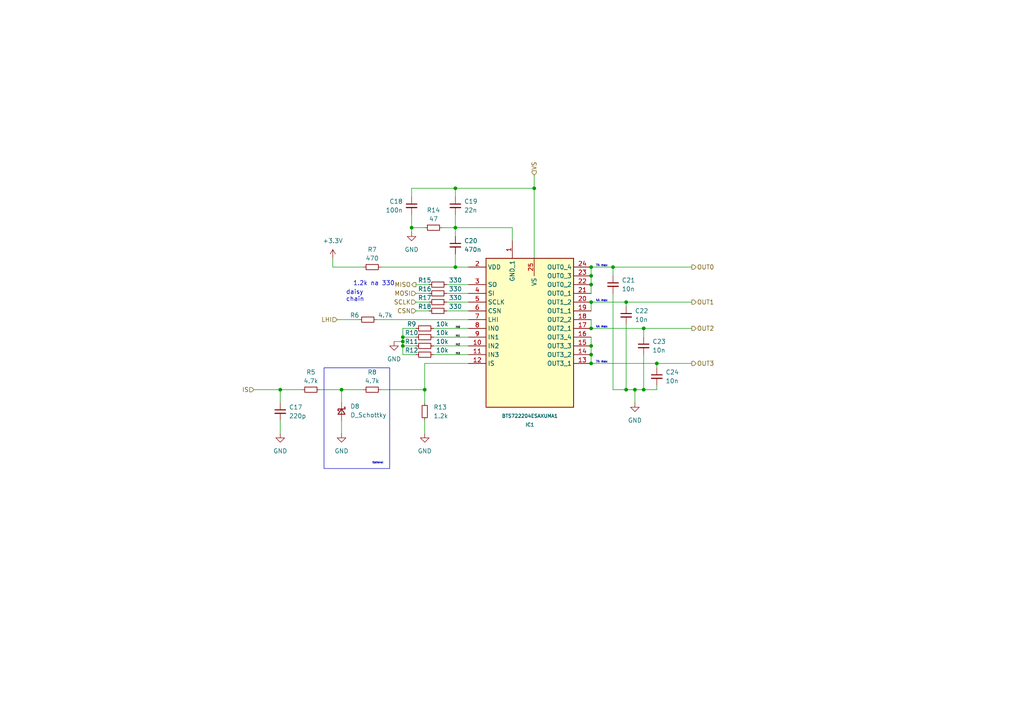
<source format=kicad_sch>
(kicad_sch (version 20231120) (generator "eeschema") (generator_version "8.0")
  (paper "A4")
  (lib_symbols
    (symbol "Device:C_Small" (pin_numbers hide) (pin_names (offset 0.254) hide)
      (property "Reference" "C" (at 0.254 1.778 0))
      (property "Value" "C_Small" (at 0.254 -2.032 0))
      (symbol "C_Small_0_1"
        (polyline (pts (xy -1.524 -0.508) (xy 1.524 -0.508)) (stroke (width 0.3302)))
        (polyline (pts (xy -1.524 0.508) (xy 1.524 0.508)) (stroke (width 0.3048)))
      )
      (symbol "C_Small_1_1"
        (pin passive line (at 0 2.54 270) (length 2.032) (name "~") (number "1"))
        (pin passive line (at 0 -2.54 90) (length 2.032) (name "~") (number "2"))
      )
    )
    (symbol "Device:D_Schottky_Small" (pin_numbers hide) (pin_names (offset 0.254) hide)
      (property "Reference" "D" (at -1.27 2.032 0))
      (property "Value" "D_Schottky_Small" (at -7.112 -2.032 0))
      (symbol "D_Schottky_Small_0_1"
        (polyline (pts (xy -0.762 0) (xy 0.762 0)))
        (polyline (pts (xy 0.762 -1.016) (xy -0.762 0) (xy 0.762 1.016) (xy 0.762 -1.016)) (stroke (width 0.254)))
        (polyline (pts (xy -1.27 0.762) (xy -1.27 1.016) (xy -0.762 1.016) (xy -0.762 -1.016) (xy -0.254 -1.016) (xy -0.254 -0.762)) (stroke (width 0.254)))
      )
      (symbol "D_Schottky_Small_1_1"
        (pin passive line (at -2.54 0 0) (length 1.778) (name "K") (number "1"))
        (pin passive line (at 2.54 0 180) (length 1.778) (name "A") (number "2"))
      )
    )
    (symbol "Device:R_Small" (pin_numbers hide) (pin_names (offset 0.254) hide)
      (property "Reference" "R" (at 0.762 0.508 0))
      (property "Value" "R_Small" (at 0.762 -1.016 0))
      (symbol "R_Small_0_1"
        (rectangle (start -0.762 1.778) (end 0.762 -1.778) (stroke (width 0.2032)))
      )
      (symbol "R_Small_1_1"
        (pin passive line (at 0 2.54 270) (length 0.762) (name "~") (number "1"))
        (pin passive line (at 0 -2.54 90) (length 0.762) (name "~") (number "2"))
      )
    )
    (symbol "Samacsys_kicad_sym:BTS722204ESAXUMA1"
      (property "Reference" "IC2" (at 17.78 -45.72 0))
      (property "Value" "BTS722204ESAXUMA1" (at 17.78 -43.18 0))
      (symbol "BTS722204ESAXUMA1_1_1"
        (rectangle (start 5.08 2.54) (end 30.48 -40.64) (stroke (width 0.254)) (fill (type background)))
        (pin passive line (at 12.7 7.62 270) (length 5.08) (name "GND_1") (number "1"))
        (pin passive line (at 0 -22.86 0) (length 5.08) (name "IN2") (number "10"))
        (pin passive line (at 0 -25.4 0) (length 5.08) (name "IN3") (number "11"))
        (pin passive line (at 0 -27.94 0) (length 5.08) (name "IS") (number "12"))
        (pin passive line (at 35.56 -27.94 180) (length 5.08) (name "OUT3_1") (number "13"))
        (pin passive line (at 35.56 -25.4 180) (length 5.08) (name "OUT3_2") (number "14"))
        (pin passive line (at 35.56 -22.86 180) (length 5.08) (name "OUT3_3") (number "15"))
        (pin passive line (at 35.56 -20.32 180) (length 5.08) (name "OUT3_4") (number "16"))
        (pin passive line (at 35.56 -17.78 180) (length 5.08) (name "OUT2_1") (number "17"))
        (pin passive line (at 35.56 -15.24 180) (length 5.08) (name "OUT2_2") (number "18"))
        (pin passive line (at 35.56 -12.7 180) (length 5.08) (name "OUT1_1") (number "19"))
        (pin passive line (at 0 0 0) (length 5.08) (name "VDD") (number "2"))
        (pin passive line (at 35.56 -10.16 180) (length 5.08) (name "OUT1_2") (number "20"))
        (pin passive line (at 35.56 -7.62 180) (length 5.08) (name "OUT0_1") (number "21"))
        (pin passive line (at 35.56 -5.08 180) (length 5.08) (name "OUT0_2") (number "22"))
        (pin passive line (at 35.56 -2.54 180) (length 5.08) (name "OUT0_3") (number "23"))
        (pin passive line (at 35.56 0 180) (length 5.08) (name "OUT0_4") (number "24"))
        (pin passive line (at 19.05 2.54 270) (length 5.08) (name "VS") (number "25"))
        (pin passive line (at 0 -5.08 0) (length 5.08) (name "SO") (number "3"))
        (pin passive line (at 0 -7.62 0) (length 5.08) (name "SI") (number "4"))
        (pin passive line (at 0 -10.16 0) (length 5.08) (name "SCLK") (number "5"))
        (pin passive line (at 0 -12.7 0) (length 5.08) (name "CSN") (number "6"))
        (pin passive line (at 0 -15.24 0) (length 5.08) (name "LHI") (number "7"))
        (pin passive line (at 0 -17.78 0) (length 5.08) (name "IN0") (number "8"))
        (pin passive line (at 0 -20.32 0) (length 5.08) (name "IN1") (number "9"))
      )
    )
    (symbol "power:+3.3V" (power) (pin_names (offset 0))
      (property "Value" "+3.3V" (at 0 3.556 0))
      (symbol "+3.3V_0_1"
        (polyline (pts (xy -0.762 1.27) (xy 0 2.54)))
        (polyline (pts (xy 0 0) (xy 0 2.54)))
        (polyline (pts (xy 0 2.54) (xy 0.762 1.27)))
      )
      (symbol "+3.3V_1_1"
        (pin power_in line (at 0 0 90) (length 0) hide (name "+3.3V") (number "1"))
      )
    )
    (symbol "power:GND" (power) (pin_names (offset 0))
      (property "Value" "GND" (at 0 -3.81 0))
      (symbol "GND_0_1"
        (polyline (pts (xy 0 0) (xy 0 -1.27) (xy 1.27 -1.27) (xy 0 -2.54) (xy -1.27 -1.27) (xy 0 -1.27)))
      )
      (symbol "GND_1_1"
        (pin power_in line (at 0 0 270) (length 0) hide (name "GND") (number "1"))
      )
    )
  )
  (junction (at 116.84 97.79))
  (junction (at 171.45 105.41))
  (junction (at 132.08 66.04))
  (junction (at 171.45 77.47))
  (junction (at 181.61 87.63))
  (junction (at 181.61 113.03))
  (junction (at 81.28 113.03))
  (junction (at 171.45 80.01))
  (junction (at 99.06 113.03))
  (junction (at 171.45 100.33))
  (junction (at 171.45 82.55))
  (junction (at 116.84 100.33))
  (junction (at 171.45 87.63))
  (junction (at 119.38 66.04))
  (junction (at 171.45 102.87))
  (junction (at 132.08 77.47))
  (junction (at 186.69 95.25))
  (junction (at 190.5 105.41))
  (junction (at 184.15 113.03))
  (junction (at 186.69 113.03))
  (junction (at 171.45 95.25))
  (junction (at 177.8 77.47))
  (junction (at 132.08 54.61))
  (junction (at 123.19 113.03))
  (junction (at 116.84 99.06))
  (junction (at 154.94 54.61))
  (wire (pts (xy 132.08 66.04) (xy 148.59 66.04)))
  (wire (pts (xy 120.65 85.09) (xy 124.46 85.09)))
  (wire (pts (xy 96.52 77.47) (xy 105.41 77.47)))
  (wire (pts (xy 184.15 113.03) (xy 186.69 113.03)))
  (wire (pts (xy 132.08 77.47) (xy 135.89 77.47)))
  (wire (pts (xy 148.59 66.04) (xy 148.59 69.85)))
  (wire (pts (xy 92.71 113.03) (xy 99.06 113.03)))
  (wire (pts (xy 171.45 100.33) (xy 171.45 102.87)))
  (wire (pts (xy 73.66 113.03) (xy 81.28 113.03)))
  (wire (pts (xy 119.38 66.04) (xy 123.19 66.04)))
  (wire (pts (xy 171.45 92.71) (xy 171.45 95.25)))
  (wire (pts (xy 116.84 100.33) (xy 116.84 102.87)))
  (wire (pts (xy 99.06 113.03) (xy 105.41 113.03)))
  (wire (pts (xy 120.65 82.55) (xy 124.46 82.55)))
  (wire (pts (xy 125.73 97.79) (xy 135.89 97.79)))
  (wire (pts (xy 125.73 95.25) (xy 135.89 95.25)))
  (wire (pts (xy 132.08 54.61) (xy 154.94 54.61)))
  (wire (pts (xy 181.61 88.9) (xy 181.61 87.63)))
  (wire (pts (xy 171.45 87.63) (xy 171.45 90.17)))
  (wire (pts (xy 186.69 113.03) (xy 190.5 113.03)))
  (wire (pts (xy 129.54 87.63) (xy 135.89 87.63)))
  (wire (pts (xy 181.61 93.98) (xy 181.61 113.03)))
  (wire (pts (xy 181.61 87.63) (xy 200.66 87.63)))
  (wire (pts (xy 132.08 73.66) (xy 132.08 77.47)))
  (wire (pts (xy 114.3 99.06) (xy 116.84 99.06)))
  (wire (pts (xy 190.5 111.76) (xy 190.5 113.03)))
  (wire (pts (xy 120.65 90.17) (xy 124.46 90.17)))
  (wire (pts (xy 171.45 97.79) (xy 171.45 100.33)))
  (wire (pts (xy 190.5 105.41) (xy 200.66 105.41)))
  (wire (pts (xy 135.89 105.41) (xy 123.19 105.41)))
  (wire (pts (xy 132.08 62.23) (xy 132.08 66.04)))
  (wire (pts (xy 171.45 77.47) (xy 171.45 80.01)))
  (wire (pts (xy 171.45 87.63) (xy 181.61 87.63)))
  (wire (pts (xy 119.38 62.23) (xy 119.38 66.04)))
  (wire (pts (xy 186.69 102.87) (xy 186.69 113.03)))
  (wire (pts (xy 96.52 74.93) (xy 96.52 77.47)))
  (wire (pts (xy 154.94 54.61) (xy 154.94 74.93)))
  (wire (pts (xy 99.06 121.92) (xy 99.06 125.73)))
  (wire (pts (xy 184.15 113.03) (xy 184.15 116.84)))
  (wire (pts (xy 99.06 113.03) (xy 99.06 116.84)))
  (wire (pts (xy 171.45 105.41) (xy 190.5 105.41)))
  (wire (pts (xy 116.84 95.25) (xy 116.84 97.79)))
  (wire (pts (xy 132.08 54.61) (xy 132.08 57.15)))
  (wire (pts (xy 177.8 77.47) (xy 200.66 77.47)))
  (wire (pts (xy 81.28 113.03) (xy 81.28 116.84)))
  (wire (pts (xy 129.54 85.09) (xy 135.89 85.09)))
  (wire (pts (xy 97.79 92.71) (xy 104.14 92.71)))
  (wire (pts (xy 110.49 113.03) (xy 123.19 113.03)))
  (wire (pts (xy 171.45 95.25) (xy 186.69 95.25)))
  (wire (pts (xy 119.38 67.31) (xy 119.38 66.04)))
  (wire (pts (xy 132.08 66.04) (xy 128.27 66.04)))
  (wire (pts (xy 123.19 121.92) (xy 123.19 125.73)))
  (wire (pts (xy 186.69 97.79) (xy 186.69 95.25)))
  (wire (pts (xy 123.19 105.41) (xy 123.19 113.03)))
  (wire (pts (xy 110.49 77.47) (xy 132.08 77.47)))
  (wire (pts (xy 119.38 54.61) (xy 132.08 54.61)))
  (wire (pts (xy 116.84 97.79) (xy 120.65 97.79)))
  (wire (pts (xy 129.54 90.17) (xy 135.89 90.17)))
  (wire (pts (xy 177.8 85.09) (xy 177.8 113.03)))
  (wire (pts (xy 116.84 102.87) (xy 120.65 102.87)))
  (wire (pts (xy 171.45 102.87) (xy 171.45 105.41)))
  (wire (pts (xy 123.19 113.03) (xy 123.19 116.84)))
  (wire (pts (xy 81.28 113.03) (xy 87.63 113.03)))
  (wire (pts (xy 177.8 113.03) (xy 181.61 113.03)))
  (wire (pts (xy 116.84 100.33) (xy 120.65 100.33)))
  (wire (pts (xy 125.73 100.33) (xy 135.89 100.33)))
  (wire (pts (xy 135.89 92.71) (xy 109.22 92.71)))
  (wire (pts (xy 171.45 80.01) (xy 171.45 82.55)))
  (wire (pts (xy 119.38 57.15) (xy 119.38 54.61)))
  (wire (pts (xy 190.5 106.68) (xy 190.5 105.41)))
  (wire (pts (xy 81.28 121.92) (xy 81.28 125.73)))
  (wire (pts (xy 154.94 50.8) (xy 154.94 54.61)))
  (wire (pts (xy 177.8 80.01) (xy 177.8 77.47)))
  (wire (pts (xy 116.84 95.25) (xy 120.65 95.25)))
  (wire (pts (xy 116.84 97.79) (xy 116.84 99.06)))
  (wire (pts (xy 125.73 102.87) (xy 135.89 102.87)))
  (wire (pts (xy 129.54 82.55) (xy 135.89 82.55)))
  (wire (pts (xy 120.65 87.63) (xy 124.46 87.63)))
  (wire (pts (xy 186.69 95.25) (xy 200.66 95.25)))
  (wire (pts (xy 116.84 99.06) (xy 116.84 100.33)))
  (wire (pts (xy 181.61 113.03) (xy 184.15 113.03)))
  (wire (pts (xy 132.08 66.04) (xy 132.08 68.58)))
  (wire (pts (xy 171.45 82.55) (xy 171.45 85.09)))
  (wire (pts (xy 171.45 77.47) (xy 177.8 77.47)))
  (rectangle (start 93.98 106.68) (end 113.03 135.89))
  (text "7A max" (at 172.72 105.41 0) (effects (font (size 0.6 0.6)) (justify left bottom)))
  (text "Optional\n" (at 107.95 134.62 0) (effects (font (size 0.5 0.5)) (justify left bottom)))
  (text "4A max" (at 172.72 87.63 0) (effects (font (size 0.6 0.6)) (justify left bottom)))
  (text "4A max" (at 172.72 95.25 0) (effects (font (size 0.6 0.6)) (justify left bottom)))
  (text "daisy\nchain" (at 100.33 87.63 0) (effects (font (size 1.27 1.27)) (justify left bottom)))
  (text "7A max" (at 172.72 77.47 0) (effects (font (size 0.6 0.6)) (justify left bottom)))
  (text "1.2k na 330" (at 108.458 82.296 0) (effects (font (size 1.27 1.27))))
  (label "IN2" (at 132.08 100.33 0) (effects (font (size 0.5 0.5))))
  (label "IN0" (at 132.08 95.25 0) (effects (font (size 0.5 0.5))))
  (label "IN3" (at 132.08 102.87 0) (effects (font (size 0.5 0.5))))
  (label "IN1" (at 132.08 97.79 0) (effects (font (size 0.5 0.5))))
  (hierarchical_label "CSN" (shape input) (at 120.65 90.17 180))
  (hierarchical_label "MOSI" (shape input) (at 120.65 85.09 180))
  (hierarchical_label "OUT1" (shape output) (at 200.66 87.63 0))
  (hierarchical_label "VS" (shape input) (at 154.94 50.8 90))
  (hierarchical_label "OUT0" (shape output) (at 200.66 77.47 0))
  (hierarchical_label "OUT3" (shape output) (at 200.66 105.41 0))
  (hierarchical_label "OUT2" (shape output) (at 200.66 95.25 0))
  (hierarchical_label "SCLK" (shape input) (at 120.65 87.63 180))
  (hierarchical_label "IS" (shape input) (at 73.66 113.03 180))
  (hierarchical_label "LHI" (shape input) (at 97.79 92.71 180))
  (hierarchical_label "MISO" (shape output) (at 120.65 82.55 180))
  (symbol (lib_id "Device:R_Small") (at 127 90.17 90) (unit 1)
    (property "Reference" "R18" (at 123.19 88.9 90))
    (property "Value" "330" (at 132.08 88.9 90))
    (property "Footprint" "Resistor_SMD:R_0603_1608Metric" (effects (hide yes)))
    (property "m" "560112116070" (effects (hide yes)))
    (instances (project "PUTM_EV_PDMv2_2024" (path "" (reference "R18") (unit 1)) (path "" (reference "R65") (unit 1)) (path "" (reference "R37") (unit 1)) (path "" (reference "R51") (unit 1))))
  )
  (symbol (lib_id "Device:R_Small") (at 123.19 100.33 90) (unit 1)
    (property "Reference" "R11" (at 119.38 99.06 90))
    (property "Value" "10k" (at 128.27 99.06 90))
    (property "Footprint" "Resistor_SMD:R_0603_1608Metric_Pad0.98x0.95mm_HandSolder" (effects (hide yes)))
    (property "m" "CRGH0603F10K" (effects (hide yes)))
    (instances (project "PUTM_EV_PDMv2_2024" (path "" (reference "R11") (unit 1)) (path "" (reference "R58") (unit 1)) (path "" (reference "R30") (unit 1)) (path "" (reference "R44") (unit 1))))
  )
  (symbol (lib_id "power:GND") (at 99.06 125.73 0) (unit 1)
    (property "Reference" "#PWR044" (effects (hide yes)))
    (property "Value" "GND" (at 99.06 130.81 0))
    (instances (project "PUTM_EV_PDMv2_2024" (path "" (reference "#PWR058") (unit 1)) (path "" (reference "#PWR044") (unit 1)) (path "" (reference "#PWR051") (unit 1))))
  )
  (symbol (lib_id "power:+3.3V") (at 96.52 74.93 0) (unit 1)
    (property "Reference" "#PWR043" (effects (hide yes)))
    (property "Value" "+3.3V" (at 96.52 69.85 0))
    (instances (project "PUTM_EV_PDMv2_2024" (path "" (reference "#PWR057") (unit 1)) (path "" (reference "#PWR043") (unit 1)) (path "" (reference "#PWR050") (unit 1))))
  )
  (symbol (lib_id "power:GND") (at 119.38 67.31 0) (unit 1)
    (property "Reference" "#PWR046" (effects (hide yes)))
    (property "Value" "GND" (at 119.38 72.39 0))
    (instances (project "PUTM_EV_PDMv2_2024" (path "" (reference "#PWR060") (unit 1)) (path "" (reference "#PWR046") (unit 1)) (path "" (reference "#PWR053") (unit 1))))
  )
  (symbol (lib_id "Samacsys_kicad_sym:BTS722204ESAXUMA1") (at 135.89 77.47 0) (unit 1)
    (property "Reference" "IC1" (at 153.67 123.19 0) (effects (font (size 1 1))))
    (property "Value" "BTS722204ESAXUMA1" (at 153.67 120.65 0) (effects (font (size 1 1))))
    (property "Footprint" "Samacsys:SOP65P600X115-25N" (effects (hide yes)))
    (property "Datasheet" "https://www.infineon.com/dgdl/Infineon-BTS72220-4ESA-DS-v01_00-EN.pdf?fileId=5546d462636cc8fb0163feab173708d9" (effects (hide yes)))
    (property "Height" "1.15" (effects (hide yes)))
    (property "Mouser Part Number" "726-BTS722204ESAXUMA" (effects (hide yes)))
    (property "Mouser Price/Stock" "https://www.mouser.co.uk/ProductDetail/Infineon-Technologies/BTS722204ESAXUMA1?qs=%252BEew9%252B0nqrBKRVYWm1E2Qg%3D%3D" (effects (hide yes)))
    (property "Manufacturer_Name" "Infineon" (effects (hide yes)))
    (property "Manufacturer_Part_Number" "BTS722204ESAXUMA1" (effects (hide yes)))
    (instances (project "PUTM_EV_PDMv2_2024" (path "" (reference "IC1") (unit 1)) (path "" (reference "IC4") (unit 1)) (path "" (reference "IC2") (unit 1)) (path "" (reference "IC3") (unit 1))))
  )
  (symbol (lib_id "Device:R_Small") (at 123.19 119.38 0) (unit 1)
    (property "Reference" "R13" (at 125.73 118.11 0) (effects (justify left)))
    (property "Value" "1.2k" (at 125.73 120.65 0) (effects (justify left)))
    (property "Footprint" "Resistor_SMD:R_0603_1608Metric_Pad0.98x0.95mm_HandSolder" (effects (hide yes)))
    (property "m" "560112116070" (effects (hide yes)))
    (instances (project "PUTM_EV_PDMv2_2024" (path "" (reference "R13") (unit 1)) (path "" (reference "R60") (unit 1)) (path "" (reference "R32") (unit 1)) (path "" (reference "R46") (unit 1))))
  )
  (symbol (lib_id "power:GND") (at 81.28 125.73 0) (unit 1)
    (property "Reference" "#PWR042" (effects (hide yes)))
    (property "Value" "GND" (at 81.28 130.81 0))
    (instances (project "PUTM_EV_PDMv2_2024" (path "" (reference "#PWR056") (unit 1)) (path "" (reference "#PWR042") (unit 1)) (path "" (reference "#PWR049") (unit 1))))
  )
  (symbol (lib_id "Device:R_Small") (at 123.19 95.25 90) (unit 1)
    (property "Reference" "R9" (at 119.38 93.98 90))
    (property "Value" "10k" (at 128.27 93.98 90))
    (property "Footprint" "Resistor_SMD:R_0603_1608Metric_Pad0.98x0.95mm_HandSolder" (effects (hide yes)))
    (property "m" "CRGH0603F10K" (effects (hide yes)))
    (instances (project "PUTM_EV_PDMv2_2024" (path "" (reference "R9") (unit 1)) (path "" (reference "R56") (unit 1)) (path "" (reference "R28") (unit 1)) (path "" (reference "R42") (unit 1))))
  )
  (symbol (lib_id "Device:C_Small") (at 132.08 71.12 0) (unit 1)
    (property "Reference" "C20" (at 134.62 69.8563 0) (effects (justify left)))
    (property "Value" "470n" (at 134.62 72.3963 0) (effects (justify left)))
    (property "Footprint" "Capacitor_SMD:C_0603_1608Metric_Pad1.08x0.95mm_HandSolder" (effects (hide yes)))
    (property "m" "UMK107ABJ474KA-T" (effects (hide yes)))
    (instances (project "PUTM_EV_PDMv2_2024" (path "" (reference "C20") (unit 1)) (path "" (reference "C48") (unit 1)) (path "" (reference "C32") (unit 1)) (path "" (reference "C40") (unit 1))))
  )
  (symbol (lib_id "power:GND") (at 114.3 99.06 0) (unit 1)
    (property "Reference" "#PWR045" (effects (hide yes)))
    (property "Value" "GND" (at 114.3 104.14 0))
    (instances (project "PUTM_EV_PDMv2_2024" (path "" (reference "#PWR059") (unit 1)) (path "" (reference "#PWR045") (unit 1)) (path "" (reference "#PWR052") (unit 1))))
  )
  (symbol (lib_id "Device:D_Schottky_Small") (at 99.06 119.38 270) (unit 1)
    (property "Reference" "D8" (at 101.6 117.856 90) (effects (justify left)))
    (property "Value" "D_Schottky" (at 101.6 120.396 90) (effects (justify left)))
    (property "Footprint" "Diode_SMD:D_SMA" (effects (hide yes)))
    (property "Datasheet" "https://www.mouser.pl/ProductDetail/Taiwan-Semiconductor/SS34ALH?qs=A6eO%252BMLsxmQip%2FrgNup6RA%3D%3D" (effects (hide yes)))
    (property "m" "SS34ALH" (effects (hide yes)))
    (instances (project "PUTM_EV_PDMv2_2024" (path "" (reference "D8") (unit 1)) (path "" (reference "D14") (unit 1)) (path "" (reference "D12") (unit 1)) (path "" (reference "D13") (unit 1))))
  )
  (symbol (lib_id "Device:R_Small") (at 127 82.55 90) (unit 1)
    (property "Reference" "R15" (at 123.19 81.28 90))
    (property "Value" "330" (at 132.08 81.28 90))
    (property "Footprint" "Resistor_SMD:R_0603_1608Metric" (effects (hide yes)))
    (property "m" "560112116070" (effects (hide yes)))
    (instances (project "PUTM_EV_PDMv2_2024" (path "" (reference "R15") (unit 1)) (path "" (reference "R62") (unit 1)) (path "" (reference "R34") (unit 1)) (path "" (reference "R48") (unit 1))))
  )
  (symbol (lib_id "Device:R_Small") (at 107.95 113.03 90) (unit 1)
    (property "Reference" "R8" (at 107.95 107.95 90))
    (property "Value" "4.7k" (at 107.95 110.49 90))
    (property "Footprint" "Resistor_SMD:R_0603_1608Metric_Pad0.98x0.95mm_HandSolder" (effects (hide yes)))
    (property "m" "RCC06034K70FKEA" (effects (hide yes)))
    (instances (project "PUTM_EV_PDMv2_2024" (path "" (reference "R8") (unit 1)) (path "" (reference "R55") (unit 1)) (path "" (reference "R27") (unit 1)) (path "" (reference "R41") (unit 1))))
  )
  (symbol (lib_id "Device:C_Small") (at 81.28 119.38 0) (unit 1)
    (property "Reference" "C17" (at 83.82 118.1163 0) (effects (justify left)))
    (property "Value" "220p" (at 83.82 120.6563 0) (effects (justify left)))
    (property "Footprint" "Capacitor_SMD:C_0603_1608Metric_Pad1.08x0.95mm_HandSolder" (effects (hide yes)))
    (property "m" "C0603C221M8HACTU" (effects (hide yes)))
    (instances (project "PUTM_EV_PDMv2_2024" (path "" (reference "C17") (unit 1)) (path "" (reference "C45") (unit 1)) (path "" (reference "C29") (unit 1)) (path "" (reference "C37") (unit 1))))
  )
  (symbol (lib_id "Device:R_Small") (at 125.73 66.04 90) (unit 1)
    (property "Reference" "R14" (at 125.73 60.96 90))
    (property "Value" "47" (at 125.73 63.5 90))
    (property "Footprint" "Resistor_SMD:R_0603_1608Metric_Pad0.98x0.95mm_HandSolder" (effects (hide yes)))
    (property "m" "RC0603FR-7W47RL" (effects (hide yes)))
    (instances (project "PUTM_EV_PDMv2_2024" (path "" (reference "R14") (unit 1)) (path "" (reference "R61") (unit 1)) (path "" (reference "R33") (unit 1)) (path "" (reference "R47") (unit 1))))
  )
  (symbol (lib_id "Device:C_Small") (at 119.38 59.69 0) (unit 1)
    (property "Reference" "C18" (at 116.84 58.4263 0) (effects (justify right)))
    (property "Value" "100n" (at 116.84 60.9663 0) (effects (justify right)))
    (property "Footprint" "Capacitor_SMD:C_0603_1608Metric_Pad1.08x0.95mm_HandSolder" (effects (hide yes)))
    (property "m" "C0603C104K5RAC3121" (effects (hide yes)))
    (instances (project "PUTM_EV_PDMv2_2024" (path "" (reference "C18") (unit 1)) (path "" (reference "C46") (unit 1)) (path "" (reference "C30") (unit 1)) (path "" (reference "C38") (unit 1))))
  )
  (symbol (lib_id "Device:C_Small") (at 132.08 59.69 0) (mirror y) (unit 1)
    (property "Reference" "C19" (at 134.62 58.4263 0) (effects (justify right)))
    (property "Value" "22n" (at 134.62 60.9663 0) (effects (justify right)))
    (property "Footprint" "Capacitor_SMD:C_0603_1608Metric_Pad1.08x0.95mm_HandSolder" (effects (hide yes)))
    (property "m" "C0603C223K5RACTM" (effects (hide yes)))
    (instances (project "PUTM_EV_PDMv2_2024" (path "" (reference "C19") (unit 1)) (path "" (reference "C47") (unit 1)) (path "" (reference "C31") (unit 1)) (path "" (reference "C39") (unit 1))))
  )
  (symbol (lib_id "Device:R_Small") (at 127 85.09 90) (unit 1)
    (property "Reference" "R16" (at 123.19 83.82 90))
    (property "Value" "330" (at 132.08 83.82 90))
    (property "Footprint" "Resistor_SMD:R_0603_1608Metric" (effects (hide yes)))
    (property "m" "560112116070" (effects (hide yes)))
    (instances (project "PUTM_EV_PDMv2_2024" (path "" (reference "R16") (unit 1)) (path "" (reference "R63") (unit 1)) (path "" (reference "R35") (unit 1)) (path "" (reference "R49") (unit 1))))
  )
  (symbol (lib_id "Device:R_Small") (at 107.95 77.47 90) (unit 1)
    (property "Reference" "R7" (at 107.95 72.39 90))
    (property "Value" "470" (at 107.95 74.93 90))
    (property "Footprint" "Resistor_SMD:R_0603_1608Metric_Pad0.98x0.95mm_HandSolder" (effects (hide yes)))
    (property "m" "AC0603JR-7W470RL" (effects (hide yes)))
    (instances (project "PUTM_EV_PDMv2_2024" (path "" (reference "R7") (unit 1)) (path "" (reference "R54") (unit 1)) (path "" (reference "R26") (unit 1)) (path "" (reference "R40") (unit 1))))
  )
  (symbol (lib_id "power:GND") (at 184.15 116.84 0) (unit 1)
    (property "Reference" "#PWR048" (effects (hide yes)))
    (property "Value" "GND" (at 184.15 121.92 0))
    (instances (project "PUTM_EV_PDMv2_2024" (path "" (reference "#PWR062") (unit 1)) (path "" (reference "#PWR048") (unit 1)) (path "" (reference "#PWR055") (unit 1))))
  )
  (symbol (lib_id "Device:C_Small") (at 177.8 82.55 0) (unit 1)
    (property "Reference" "C21" (at 180.34 81.2863 0) (effects (justify left)))
    (property "Value" "10n" (at 180.34 83.8263 0) (effects (justify left)))
    (property "Footprint" "Capacitor_SMD:C_0603_1608Metric_Pad1.08x0.95mm_HandSolder" (effects (hide yes)))
    (property "m" "C0603C103J5RAC7411" (effects (hide yes)))
    (instances (project "PUTM_EV_PDMv2_2024" (path "" (reference "C21") (unit 1)) (path "" (reference "C49") (unit 1)) (path "" (reference "C33") (unit 1)) (path "" (reference "C41") (unit 1))))
  )
  (symbol (lib_id "Device:R_Small") (at 123.19 97.79 90) (unit 1)
    (property "Reference" "R10" (at 119.38 96.52 90))
    (property "Value" "10k" (at 128.27 96.52 90))
    (property "Footprint" "Resistor_SMD:R_0603_1608Metric_Pad0.98x0.95mm_HandSolder" (effects (hide yes)))
    (property "m" "CRGH0603F10K" (effects (hide yes)))
    (instances (project "PUTM_EV_PDMv2_2024" (path "" (reference "R10") (unit 1)) (path "" (reference "R57") (unit 1)) (path "" (reference "R29") (unit 1)) (path "" (reference "R43") (unit 1))))
  )
  (symbol (lib_id "Device:C_Small") (at 186.69 100.33 0) (unit 1)
    (property "Reference" "C23" (at 189.23 99.0663 0) (effects (justify left)))
    (property "Value" "10n" (at 189.23 101.6063 0) (effects (justify left)))
    (property "Footprint" "Capacitor_SMD:C_0603_1608Metric_Pad1.08x0.95mm_HandSolder" (effects (hide yes)))
    (property "m" "C0603C103J5RAC7411" (effects (hide yes)))
    (instances (project "PUTM_EV_PDMv2_2024" (path "" (reference "C23") (unit 1)) (path "" (reference "C51") (unit 1)) (path "" (reference "C35") (unit 1)) (path "" (reference "C43") (unit 1))))
  )
  (symbol (lib_id "power:GND") (at 123.19 125.73 0) (unit 1)
    (property "Reference" "#PWR047" (effects (hide yes)))
    (property "Value" "GND" (at 123.19 130.81 0))
    (instances (project "PUTM_EV_PDMv2_2024" (path "" (reference "#PWR061") (unit 1)) (path "" (reference "#PWR047") (unit 1)) (path "" (reference "#PWR054") (unit 1))))
  )
  (symbol (lib_id "Device:C_Small") (at 190.5 109.22 0) (unit 1)
    (property "Reference" "C24" (at 193.04 107.9563 0) (effects (justify left)))
    (property "Value" "10n" (at 193.04 110.4963 0) (effects (justify left)))
    (property "Footprint" "Capacitor_SMD:C_0603_1608Metric_Pad1.08x0.95mm_HandSolder" (effects (hide yes)))
    (property "m" "C0603C103J5RAC7411" (effects (hide yes)))
    (instances (project "PUTM_EV_PDMv2_2024" (path "" (reference "C24") (unit 1)) (path "" (reference "C52") (unit 1)) (path "" (reference "C36") (unit 1)) (path "" (reference "C44") (unit 1))))
  )
  (symbol (lib_id "Device:R_Small") (at 106.68 92.71 90) (unit 1)
    (property "Reference" "R6" (at 102.87 91.44 90))
    (property "Value" "4.7k" (at 111.76 91.44 90))
    (property "Footprint" "Resistor_SMD:R_0603_1608Metric" (effects (hide yes)))
    (property "m" "RCC06034K70FKEA" (effects (hide yes)))
    (instances (project "PUTM_EV_PDMv2_2024" (path "" (reference "R6") (unit 1)) (path "" (reference "R53") (unit 1)) (path "" (reference "R25") (unit 1)) (path "" (reference "R39") (unit 1))))
  )
  (symbol (lib_id "Device:R_Small") (at 90.17 113.03 90) (unit 1)
    (property "Reference" "R5" (at 90.17 107.95 90))
    (property "Value" "4.7k" (at 90.17 110.49 90))
    (property "Footprint" "Resistor_SMD:R_0603_1608Metric_Pad0.98x0.95mm_HandSolder" (effects (hide yes)))
    (property "m" "RCC06034K70FKEA" (effects (hide yes)))
    (instances (project "PUTM_EV_PDMv2_2024" (path "" (reference "R5") (unit 1)) (path "" (reference "R52") (unit 1)) (path "" (reference "R24") (unit 1)) (path "" (reference "R38") (unit 1))))
  )
  (symbol (lib_id "Device:R_Small") (at 123.19 102.87 90) (unit 1)
    (property "Reference" "R12" (at 119.38 101.6 90))
    (property "Value" "10k" (at 128.27 101.6 90))
    (property "Footprint" "Resistor_SMD:R_0603_1608Metric_Pad0.98x0.95mm_HandSolder" (effects (hide yes)))
    (property "m" "CRGH0603F10K" (effects (hide yes)))
    (instances (project "PUTM_EV_PDMv2_2024" (path "" (reference "R12") (unit 1)) (path "" (reference "R59") (unit 1)) (path "" (reference "R31") (unit 1)) (path "" (reference "R45") (unit 1))))
  )
  (symbol (lib_id "Device:R_Small") (at 127 87.63 90) (unit 1)
    (property "Reference" "R17" (at 123.19 86.36 90))
    (property "Value" "330" (at 132.08 86.36 90))
    (property "Footprint" "Resistor_SMD:R_0603_1608Metric" (effects (hide yes)))
    (property "m" "560112116070" (effects (hide yes)))
    (instances (project "PUTM_EV_PDMv2_2024" (path "" (reference "R17") (unit 1)) (path "" (reference "R64") (unit 1)) (path "" (reference "R36") (unit 1)) (path "" (reference "R50") (unit 1))))
  )
  (symbol (lib_id "Device:C_Small") (at 181.61 91.44 0) (unit 1)
    (property "Reference" "C22" (at 184.15 90.1763 0) (effects (justify left)))
    (property "Value" "10n" (at 184.15 92.7163 0) (effects (justify left)))
    (property "Footprint" "Capacitor_SMD:C_0603_1608Metric_Pad1.08x0.95mm_HandSolder" (effects (hide yes)))
    (property "m" "C0603C103J5RAC7411" (effects (hide yes)))
    (instances (project "PUTM_EV_PDMv2_2024" (path "" (reference "C22") (unit 1)) (path "" (reference "C50") (unit 1)) (path "" (reference "C34") (unit 1)) (path "" (reference "C42") (unit 1))))
  )
)
</source>
